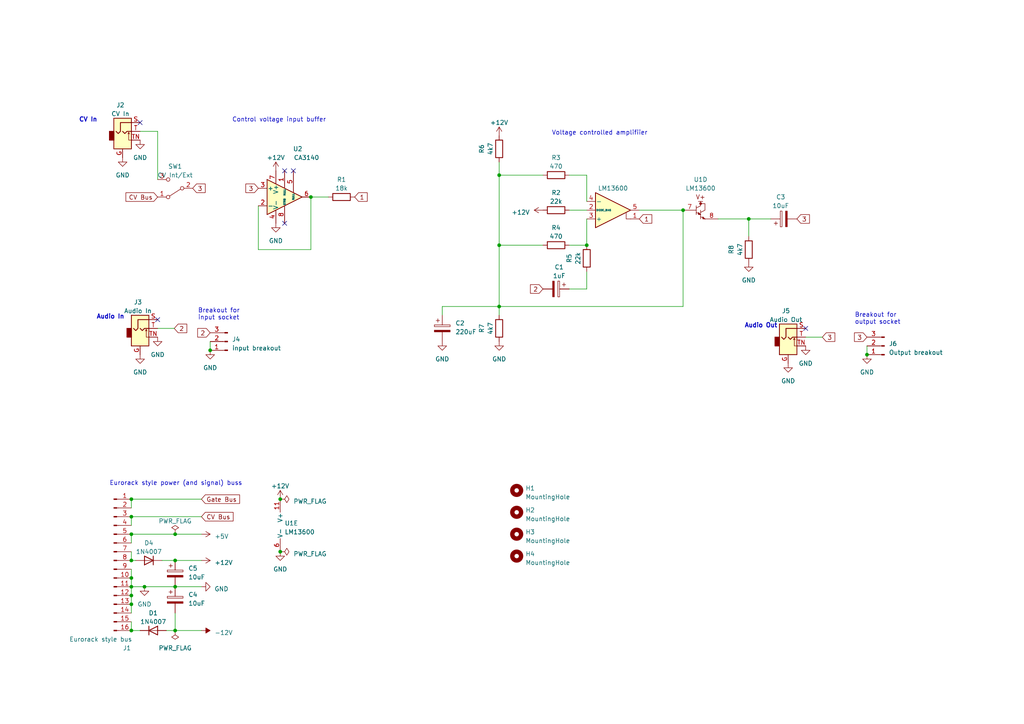
<source format=kicad_sch>
(kicad_sch (version 20230121) (generator eeschema)
  (paper "A4")
  (title_block (title "Penfold VCA") (date "2023-04-23") (rev "v1.0") (comment 1 "BP185, fIrst published 1986, Bernard Babani") (comment 2 "Based on designs from 'Electronic Synthesister Construction', by R.A.Penfold"))
  (lib_symbols
    (symbol "+12V_1" (power) (pin_names (offset 0))
      (property "Value" "+12V_1" (at 0 3.556 0))
      (symbol "+12V_1_0_1"
        (polyline (pts (xy -0.762 1.27) (xy 0 2.54)))
        (polyline (pts (xy 0 0) (xy 0 2.54)))
        (polyline (pts (xy 0 2.54) (xy 0.762 1.27)))
      )
      (symbol "+12V_1_1_1"
        (pin power_in line (at 0 0 90) (length 0) hide (name "+12V") (number "1"))
      )
    )
    (symbol "+12V_2" (power) (pin_names (offset 0))
      (property "Value" "+12V_2" (at 0 3.556 0))
      (symbol "+12V_2_0_1"
        (polyline (pts (xy -0.762 1.27) (xy 0 2.54)))
        (polyline (pts (xy 0 0) (xy 0 2.54)))
        (polyline (pts (xy 0 2.54) (xy 0.762 1.27)))
      )
      (symbol "+12V_2_1_1"
        (pin power_in line (at 0 0 90) (length 0) hide (name "+12V") (number "1"))
      )
    )
    (symbol "Amplifier_Operational:CA3140" (pin_names (offset 0.127))
      (property "Reference" "U" (at 6.35 5.08 0))
      (property "Value" "CA3140" (at 6.35 2.54 0))
      (symbol "CA3140_0_1"
        (polyline (pts (xy -5.08 5.08) (xy 5.08 0) (xy -5.08 -5.08) (xy -5.08 5.08)) (stroke (width 0.254)) (fill (type background)))
      )
      (symbol "CA3140_1_1"
        (pin passive line (at 0 7.62 270) (length 5.08) (name "NULL") (number "1"))
        (pin input line (at -7.62 -2.54 0) (length 2.54) (name "-") (number "2"))
        (pin input line (at -7.62 2.54 0) (length 2.54) (name "+") (number "3"))
        (pin power_in line (at -2.54 -7.62 90) (length 3.81) (name "V-") (number "4"))
        (pin passive line (at 2.54 7.62 270) (length 6.35) (name "NULL") (number "5"))
        (pin output line (at 7.62 0 180) (length 2.54) (name "~") (number "6"))
        (pin power_in line (at -2.54 7.62 270) (length 3.81) (name "V+") (number "7"))
        (pin passive line (at 0 -7.62 90) (length 5.08) (name "STRB") (number "8"))
      )
    )
    (symbol "Amplifier_Operational:LM13600" (pin_names (offset 0.127))
      (property "Reference" "U" (at 3.81 5.08 0))
      (property "Value" "LM13600" (at 5.08 -5.08 0))
      (symbol "LM13600_1_1"
        (polyline (pts (xy 3.81 -0.635) (xy 3.81 -2.54) (xy 5.08 -2.54)))
        (polyline (pts (xy 5.08 0) (xy -5.08 -5.08) (xy -5.08 5.08) (xy 5.08 0)) (stroke (width 0.254)) (fill (type background)))
        (pin output line (at 7.62 0 180) (length 2.54) (name "~") (number "12"))
        (pin input line (at -7.62 2.54 0) (length 2.54) (name "-") (number "13"))
        (pin input line (at -7.62 -2.54 0) (length 2.54) (name "+") (number "14"))
        (pin input line (at -7.62 0 0) (length 2.54) (name "DIODE_BIAS") (number "15"))
        (pin input line (at 7.62 -2.54 180) (length 2.54) (name "~") (number "16"))
      )
      (symbol "LM13600_2_0"
        (polyline (pts (xy -1.905 2.54) (xy -3.175 2.54)))
      )
      (symbol "LM13600_2_1"
        (circle (center -2.54 1.905) (radius 0.254) (stroke (width 0.254)) (fill (type outline)))
        (polyline (pts (xy -3.81 -0.635) (xy -2.54 -1.27)))
        (polyline (pts (xy -3.81 1.27) (xy -3.81 -1.27)))
        (polyline (pts (xy -2.54 -1.905) (xy -1.27 -2.54)))
        (polyline (pts (xy -2.54 0) (xy -2.54 -2.54)))
        (polyline (pts (xy -3.81 0.635) (xy -2.54 1.27) (xy -2.54 1.905) (xy -2.54 2.54)))
        (polyline (pts (xy -2.54 -1.27) (xy -3.175 -0.635) (xy -3.175 -1.27) (xy -2.54 -1.27)) (fill (type outline)))
        (polyline (pts (xy -2.54 -0.635) (xy -1.27 0) (xy -1.27 1.905) (xy -2.54 1.905)))
        (polyline (pts (xy -1.27 -2.54) (xy -1.905 -1.905) (xy -1.905 -2.54) (xy -1.27 -2.54)) (fill (type outline)))
        (text "V+" (at -2.54 3.81 0) (effects (font (size 1.27 1.27))))
        (pin input line (at -7.62 0 0) (length 3.81) (name "~") (number "10"))
        (pin output line (at 2.54 -2.54 180) (length 3.81) (name "~") (number "9"))
      )
      (symbol "LM13600_3_1"
        (polyline (pts (xy 3.81 -0.635) (xy 3.81 -2.54) (xy 5.08 -2.54)))
        (polyline (pts (xy 5.08 0) (xy -5.08 -5.08) (xy -5.08 5.08) (xy 5.08 0)) (stroke (width 0.254)) (fill (type background)))
        (pin input line (at 7.62 -2.54 180) (length 2.54) (name "~") (number "1"))
        (pin input line (at -7.62 0 0) (length 2.54) (name "DIODE_BIAS") (number "2"))
        (pin input line (at -7.62 -2.54 0) (length 2.54) (name "+") (number "3"))
        (pin input line (at -7.62 2.54 0) (length 2.54) (name "-") (number "4"))
        (pin output line (at 7.62 0 180) (length 2.54) (name "~") (number "5"))
      )
      (symbol "LM13600_4_0"
        (polyline (pts (xy -3.175 2.54) (xy -1.905 2.54)))
        (text "V+" (at -2.54 3.81 0) (effects (font (size 1.27 1.27))))
      )
      (symbol "LM13600_4_1"
        (circle (center -2.54 1.905) (radius 0.254) (stroke (width 0.254)) (fill (type outline)))
        (polyline (pts (xy -3.81 -0.635) (xy -2.54 -1.27)))
        (polyline (pts (xy -3.81 1.27) (xy -3.81 -1.27)))
        (polyline (pts (xy -2.54 -1.905) (xy -1.27 -2.54)))
        (polyline (pts (xy -2.54 0) (xy -2.54 -2.54)))
        (polyline (pts (xy -3.81 0.635) (xy -2.54 1.27) (xy -2.54 2.54)))
        (polyline (pts (xy -2.54 -1.27) (xy -3.175 -0.635) (xy -3.175 -1.27) (xy -2.54 -1.27)) (fill (type outline)))
        (polyline (pts (xy -2.54 -0.635) (xy -1.27 0) (xy -1.27 1.905) (xy -2.54 1.905)))
        (polyline (pts (xy -1.27 -2.54) (xy -1.905 -1.905) (xy -1.905 -2.54) (xy -1.27 -2.54)) (fill (type outline)))
        (pin input line (at -7.62 0 0) (length 3.81) (name "~") (number "7"))
        (pin output line (at 2.54 -2.54 180) (length 3.81) (name "~") (number "8"))
      )
      (symbol "LM13600_5_1"
        (pin power_in line (at -2.54 7.62 270) (length 3.81) (name "V+") (number "11"))
        (pin power_in line (at -2.54 -7.62 90) (length 3.81) (name "V-") (number "6"))
      )
    )
    (symbol "Connector:AudioJack2_Ground_SwitchT"
      (property "Reference" "J" (at 0 8.89 0))
      (property "Value" "AudioJack2_Ground_SwitchT" (at 0 6.35 0))
      (symbol "AudioJack2_Ground_SwitchT_0_1"
        (rectangle (start -2.54 0) (end -3.81 -2.54) (stroke (width 0.254)) (fill (type outline)))
        (polyline (pts (xy 1.778 -0.254) (xy 2.032 -0.762)))
        (polyline (pts (xy 0 0) (xy 0.635 -0.635) (xy 1.27 0) (xy 2.54 0)) (stroke (width 0.254)))
        (polyline (pts (xy 2.54 -2.54) (xy 1.778 -2.54) (xy 1.778 -0.254) (xy 1.524 -0.762)))
        (polyline (pts (xy 2.54 2.54) (xy -0.635 2.54) (xy -0.635 0) (xy -1.27 -0.635) (xy -1.905 0)) (stroke (width 0.254)))
        (rectangle (start 2.54 3.81) (end -2.54 -5.08) (stroke (width 0.254)) (fill (type background)))
      )
      (symbol "AudioJack2_Ground_SwitchT_1_1"
        (pin passive line (at 0 -7.62 90) (length 2.54) (name "~") (number "G"))
        (pin passive line (at 5.08 2.54 180) (length 2.54) (name "~") (number "S"))
        (pin passive line (at 5.08 0 180) (length 2.54) (name "~") (number "T"))
        (pin passive line (at 5.08 -2.54 180) (length 2.54) (name "~") (number "TN"))
      )
    )
    (symbol "Connector:Conn_01x03_Pin" (pin_names (offset 1.016) hide)
      (property "Reference" "J" (at 0 5.08 0))
      (property "Value" "Conn_01x03_Pin" (at 0 -5.08 0))
      (symbol "Conn_01x03_Pin_1_1"
        (polyline (pts (xy 1.27 -2.54) (xy 0.8636 -2.54)) (stroke (width 0.1524)))
        (polyline (pts (xy 1.27 0) (xy 0.8636 0)) (stroke (width 0.1524)))
        (polyline (pts (xy 1.27 2.54) (xy 0.8636 2.54)) (stroke (width 0.1524)))
        (rectangle (start 0.8636 -2.413) (end 0 -2.667) (stroke (width 0.1524)) (fill (type outline)))
        (rectangle (start 0.8636 0.127) (end 0 -0.127) (stroke (width 0.1524)) (fill (type outline)))
        (rectangle (start 0.8636 2.667) (end 0 2.413) (stroke (width 0.1524)) (fill (type outline)))
        (pin passive line (at 5.08 2.54 180) (length 3.81) (name "Pin_1") (number "1"))
        (pin passive line (at 5.08 0 180) (length 3.81) (name "Pin_2") (number "2"))
        (pin passive line (at 5.08 -2.54 180) (length 3.81) (name "Pin_3") (number "3"))
      )
    )
    (symbol "Connector:Conn_01x16_Pin" (pin_names (offset 1.016) hide)
      (property "Reference" "J" (at 0 20.32 0))
      (property "Value" "Conn_01x16_Pin" (at 0 -22.86 0))
      (symbol "Conn_01x16_Pin_1_1"
        (polyline (pts (xy 1.27 -20.32) (xy 0.8636 -20.32)) (stroke (width 0.1524)))
        (polyline (pts (xy 1.27 -17.78) (xy 0.8636 -17.78)) (stroke (width 0.1524)))
        (polyline (pts (xy 1.27 -15.24) (xy 0.8636 -15.24)) (stroke (width 0.1524)))
        (polyline (pts (xy 1.27 -12.7) (xy 0.8636 -12.7)) (stroke (width 0.1524)))
        (polyline (pts (xy 1.27 -10.16) (xy 0.8636 -10.16)) (stroke (width 0.1524)))
        (polyline (pts (xy 1.27 -7.62) (xy 0.8636 -7.62)) (stroke (width 0.1524)))
        (polyline (pts (xy 1.27 -5.08) (xy 0.8636 -5.08)) (stroke (width 0.1524)))
        (polyline (pts (xy 1.27 -2.54) (xy 0.8636 -2.54)) (stroke (width 0.1524)))
        (polyline (pts (xy 1.27 0) (xy 0.8636 0)) (stroke (width 0.1524)))
        (polyline (pts (xy 1.27 2.54) (xy 0.8636 2.54)) (stroke (width 0.1524)))
        (polyline (pts (xy 1.27 5.08) (xy 0.8636 5.08)) (stroke (width 0.1524)))
        (polyline (pts (xy 1.27 7.62) (xy 0.8636 7.62)) (stroke (width 0.1524)))
        (polyline (pts (xy 1.27 10.16) (xy 0.8636 10.16)) (stroke (width 0.1524)))
        (polyline (pts (xy 1.27 12.7) (xy 0.8636 12.7)) (stroke (width 0.1524)))
        (polyline (pts (xy 1.27 15.24) (xy 0.8636 15.24)) (stroke (width 0.1524)))
        (polyline (pts (xy 1.27 17.78) (xy 0.8636 17.78)) (stroke (width 0.1524)))
        (rectangle (start 0.8636 -20.193) (end 0 -20.447) (stroke (width 0.1524)) (fill (type outline)))
        (rectangle (start 0.8636 -17.653) (end 0 -17.907) (stroke (width 0.1524)) (fill (type outline)))
        (rectangle (start 0.8636 -15.113) (end 0 -15.367) (stroke (width 0.1524)) (fill (type outline)))
        (rectangle (start 0.8636 -12.573) (end 0 -12.827) (stroke (width 0.1524)) (fill (type outline)))
        (rectangle (start 0.8636 -10.033) (end 0 -10.287) (stroke (width 0.1524)) (fill (type outline)))
        (rectangle (start 0.8636 -7.493) (end 0 -7.747) (stroke (width 0.1524)) (fill (type outline)))
        (rectangle (start 0.8636 -4.953) (end 0 -5.207) (stroke (width 0.1524)) (fill (type outline)))
        (rectangle (start 0.8636 -2.413) (end 0 -2.667) (stroke (width 0.1524)) (fill (type outline)))
        (rectangle (start 0.8636 0.127) (end 0 -0.127) (stroke (width 0.1524)) (fill (type outline)))
        (rectangle (start 0.8636 2.667) (end 0 2.413) (stroke (width 0.1524)) (fill (type outline)))
        (rectangle (start 0.8636 5.207) (end 0 4.953) (stroke (width 0.1524)) (fill (type outline)))
        (rectangle (start 0.8636 7.747) (end 0 7.493) (stroke (width 0.1524)) (fill (type outline)))
        (rectangle (start 0.8636 10.287) (end 0 10.033) (stroke (width 0.1524)) (fill (type outline)))
        (rectangle (start 0.8636 12.827) (end 0 12.573) (stroke (width 0.1524)) (fill (type outline)))
        (rectangle (start 0.8636 15.367) (end 0 15.113) (stroke (width 0.1524)) (fill (type outline)))
        (rectangle (start 0.8636 17.907) (end 0 17.653) (stroke (width 0.1524)) (fill (type outline)))
        (pin passive line (at 5.08 17.78 180) (length 3.81) (name "Pin_1") (number "1"))
        (pin passive line (at 5.08 -5.08 180) (length 3.81) (name "Pin_10") (number "10"))
        (pin passive line (at 5.08 -7.62 180) (length 3.81) (name "Pin_11") (number "11"))
        (pin passive line (at 5.08 -10.16 180) (length 3.81) (name "Pin_12") (number "12"))
        (pin passive line (at 5.08 -12.7 180) (length 3.81) (name "Pin_13") (number "13"))
        (pin passive line (at 5.08 -15.24 180) (length 3.81) (name "Pin_14") (number "14"))
        (pin passive line (at 5.08 -17.78 180) (length 3.81) (name "Pin_15") (number "15"))
        (pin passive line (at 5.08 -20.32 180) (length 3.81) (name "Pin_16") (number "16"))
        (pin passive line (at 5.08 15.24 180) (length 3.81) (name "Pin_2") (number "2"))
        (pin passive line (at 5.08 12.7 180) (length 3.81) (name "Pin_3") (number "3"))
        (pin passive line (at 5.08 10.16 180) (length 3.81) (name "Pin_4") (number "4"))
        (pin passive line (at 5.08 7.62 180) (length 3.81) (name "Pin_5") (number "5"))
        (pin passive line (at 5.08 5.08 180) (length 3.81) (name "Pin_6") (number "6"))
        (pin passive line (at 5.08 2.54 180) (length 3.81) (name "Pin_7") (number "7"))
        (pin passive line (at 5.08 0 180) (length 3.81) (name "Pin_8") (number "8"))
        (pin passive line (at 5.08 -2.54 180) (length 3.81) (name "Pin_9") (number "9"))
      )
    )
    (symbol "Device:C_Polarized" (pin_numbers hide) (pin_names (offset 0.254))
      (property "Reference" "C" (at 0.635 2.54 0))
      (property "Value" "C_Polarized" (at 0.635 -2.54 0))
      (symbol "C_Polarized_0_1"
        (rectangle (start -2.286 0.508) (end 2.286 1.016))
        (polyline (pts (xy -1.778 2.286) (xy -0.762 2.286)))
        (polyline (pts (xy -1.27 2.794) (xy -1.27 1.778)))
        (rectangle (start 2.286 -0.508) (end -2.286 -1.016) (fill (type outline)))
      )
      (symbol "C_Polarized_1_1"
        (pin passive line (at 0 3.81 270) (length 2.794) (name "~") (number "1"))
        (pin passive line (at 0 -3.81 90) (length 2.794) (name "~") (number "2"))
      )
    )
    (symbol "Device:R" (pin_numbers hide) (pin_names (offset 0))
      (property "Reference" "R" (at 2.032 0 90))
      (property "Value" "R" (at 0 0 90))
      (symbol "R_0_1"
        (rectangle (start -1.016 -2.54) (end 1.016 2.54) (stroke (width 0.254)))
      )
      (symbol "R_1_1"
        (pin passive line (at 0 3.81 270) (length 1.27) (name "~") (number "1"))
        (pin passive line (at 0 -3.81 90) (length 1.27) (name "~") (number "2"))
      )
    )
    (symbol "Diode:1N4007" (pin_numbers hide) (pin_names hide)
      (property "Reference" "D" (at 0 2.54 0))
      (property "Value" "1N4007" (at 0 -2.54 0))
      (symbol "1N4007_0_1"
        (polyline (pts (xy -1.27 1.27) (xy -1.27 -1.27)) (stroke (width 0.254)))
        (polyline (pts (xy 1.27 0) (xy -1.27 0)))
        (polyline (pts (xy 1.27 1.27) (xy 1.27 -1.27) (xy -1.27 0) (xy 1.27 1.27)) (stroke (width 0.254)))
      )
      (symbol "1N4007_1_1"
        (pin passive line (at -3.81 0 0) (length 2.54) (name "K") (number "1"))
        (pin passive line (at 3.81 0 180) (length 2.54) (name "A") (number "2"))
      )
    )
    (symbol "GND_3" (power) (pin_names (offset 0))
      (property "Value" "GND_3" (at 0 -3.81 0))
      (symbol "GND_3_0_1"
        (polyline (pts (xy 0 0) (xy 0 -1.27) (xy 1.27 -1.27) (xy 0 -2.54) (xy -1.27 -1.27) (xy 0 -1.27)))
      )
      (symbol "GND_3_1_1"
        (pin power_in line (at 0 0 270) (length 0) hide (name "GND") (number "1"))
      )
    )
    (symbol "GND_4" (power) (pin_names (offset 0))
      (property "Value" "GND_4" (at 0 -3.81 0))
      (symbol "GND_4_0_1"
        (polyline (pts (xy 0 0) (xy 0 -1.27) (xy 1.27 -1.27) (xy 0 -2.54) (xy -1.27 -1.27) (xy 0 -1.27)))
      )
      (symbol "GND_4_1_1"
        (pin power_in line (at 0 0 270) (length 0) hide (name "GND") (number "1"))
      )
    )
    (symbol "GND_5" (power) (pin_names (offset 0))
      (property "Value" "GND_5" (at 0 -3.81 0))
      (symbol "GND_5_0_1"
        (polyline (pts (xy 0 0) (xy 0 -1.27) (xy 1.27 -1.27) (xy 0 -2.54) (xy -1.27 -1.27) (xy 0 -1.27)))
      )
      (symbol "GND_5_1_1"
        (pin power_in line (at 0 0 270) (length 0) hide (name "GND") (number "1"))
      )
    )
    (symbol "Mechanical:MountingHole" (pin_names (offset 1.016))
      (property "Reference" "H" (at 0 5.08 0))
      (property "Value" "MountingHole" (at 0 3.175 0))
      (symbol "MountingHole_0_1"
        (circle (center 0 0) (radius 1.27) (stroke (width 1.27)))
      )
    )
    (symbol "PWR_FLAG_1" (power) (pin_numbers hide) (pin_names (offset 0) hide)
      (property "Value" "PWR_FLAG_1" (at 0 3.81 0))
      (symbol "PWR_FLAG_1_0_0"
        (pin power_out line (at 0 0 90) (length 0) (name "pwr") (number "1"))
      )
      (symbol "PWR_FLAG_1_0_1"
        (polyline (pts (xy 0 0) (xy 0 1.27) (xy -1.016 1.905) (xy 0 2.54) (xy 1.016 1.905) (xy 0 1.27)))
      )
    )
    (symbol "PWR_FLAG_2" (power) (pin_numbers hide) (pin_names (offset 0) hide)
      (property "Value" "PWR_FLAG_2" (at 0 3.81 0))
      (symbol "PWR_FLAG_2_0_0"
        (pin power_out line (at 0 0 90) (length 0) (name "pwr") (number "1"))
      )
      (symbol "PWR_FLAG_2_0_1"
        (polyline (pts (xy 0 0) (xy 0 1.27) (xy -1.016 1.905) (xy 0 2.54) (xy 1.016 1.905) (xy 0 1.27)))
      )
    )
    (symbol "Switch:SW_SPDT" (pin_names (offset 0) hide)
      (property "Reference" "SW" (at 0 4.318 0))
      (property "Value" "SW_SPDT" (at 0 -5.08 0))
      (symbol "SW_SPDT_0_0"
        (circle (center -2.032 0) (radius 0.508))
        (circle (center 2.032 -2.54) (radius 0.508))
      )
      (symbol "SW_SPDT_0_1"
        (polyline (pts (xy -1.524 0.254) (xy 1.651 2.286)))
        (circle (center 2.032 2.54) (radius 0.508))
      )
      (symbol "SW_SPDT_1_1"
        (pin passive line (at 5.08 2.54 180) (length 2.54) (name "A") (number "1"))
        (pin passive line (at -5.08 0 0) (length 2.54) (name "B") (number "2"))
        (pin passive line (at 5.08 -2.54 180) (length 2.54) (name "C") (number "3"))
      )
    )
    (symbol "power:+12V" (power) (pin_names (offset 0))
      (property "Value" "+12V" (at 0 3.556 0))
      (symbol "+12V_0_1"
        (polyline (pts (xy -0.762 1.27) (xy 0 2.54)))
        (polyline (pts (xy 0 0) (xy 0 2.54)))
        (polyline (pts (xy 0 2.54) (xy 0.762 1.27)))
      )
      (symbol "+12V_1_1"
        (pin power_in line (at 0 0 90) (length 0) hide (name "+12V") (number "1"))
      )
    )
    (symbol "power:+5V" (power) (pin_names (offset 0))
      (property "Value" "+5V" (at 0 3.556 0))
      (symbol "+5V_0_1"
        (polyline (pts (xy -0.762 1.27) (xy 0 2.54)))
        (polyline (pts (xy 0 0) (xy 0 2.54)))
        (polyline (pts (xy 0 2.54) (xy 0.762 1.27)))
      )
      (symbol "+5V_1_1"
        (pin power_in line (at 0 0 90) (length 0) hide (name "+5V") (number "1"))
      )
    )
    (symbol "power:-12V" (power) (pin_names (offset 0))
      (property "Value" "-12V" (at 0 3.81 0))
      (symbol "-12V_0_0"
        (pin power_in line (at 0 0 90) (length 0) hide (name "-12V") (number "1"))
      )
      (symbol "-12V_0_1"
        (polyline (pts (xy 0 0) (xy 0 1.27) (xy 0.762 1.27) (xy 0 2.54) (xy -0.762 1.27) (xy 0 1.27)) (fill (type outline)))
      )
    )
    (symbol "power:GND" (power) (pin_names (offset 0))
      (property "Value" "GND" (at 0 -3.81 0))
      (symbol "GND_0_1"
        (polyline (pts (xy 0 0) (xy 0 -1.27) (xy 1.27 -1.27) (xy 0 -2.54) (xy -1.27 -1.27) (xy 0 -1.27)))
      )
      (symbol "GND_1_1"
        (pin power_in line (at 0 0 270) (length 0) hide (name "GND") (number "1"))
      )
    )
    (symbol "power:PWR_FLAG" (power) (pin_numbers hide) (pin_names (offset 0) hide)
      (property "Value" "PWR_FLAG" (at 0 3.81 0))
      (symbol "PWR_FLAG_0_0"
        (pin power_out line (at 0 0 90) (length 0) (name "pwr") (number "1"))
      )
      (symbol "PWR_FLAG_0_1"
        (polyline (pts (xy 0 0) (xy 0 1.27) (xy -1.016 1.905) (xy 0 2.54) (xy 1.016 1.905) (xy 0 1.27)))
      )
    )
  )
  (junction (at 38.1 182.88))
  (junction (at 38.1 170.18))
  (junction (at 170.18 71.12))
  (junction (at 90.17 57.15))
  (junction (at 50.8 182.88))
  (junction (at 38.1 162.56))
  (junction (at 50.8 162.56))
  (junction (at 144.78 88.9))
  (junction (at 251.46 102.87))
  (junction (at 38.1 154.94))
  (junction (at 198.12 60.96))
  (junction (at 144.78 50.8))
  (junction (at 50.8 154.94))
  (junction (at 38.1 149.86))
  (junction (at 38.1 144.78))
  (junction (at 50.8 170.18))
  (junction (at 38.1 167.64))
  (junction (at 81.28 144.78))
  (junction (at 81.28 160.02))
  (junction (at 217.17 63.5))
  (junction (at 38.1 172.72))
  (junction (at 144.78 71.12))
  (junction (at 60.96 101.6))
  (junction (at 41.91 170.18))
  (junction (at 38.1 175.26))
  (no_connect (at 85.09 49.53))
  (no_connect (at 40.64 35.56))
  (no_connect (at 45.72 92.71))
  (no_connect (at 82.55 64.77))
  (no_connect (at 233.68 95.25))
  (no_connect (at 82.55 49.53))
  (wire (pts (xy 38.1 160.02) (xy 38.1 162.56)))
  (wire (pts (xy 38.1 149.86) (xy 58.42 149.86)))
  (wire (pts (xy 144.78 71.12) (xy 144.78 50.8)))
  (wire (pts (xy 217.17 63.5) (xy 217.17 68.58)))
  (wire (pts (xy 38.1 167.64) (xy 38.1 170.18)))
  (wire (pts (xy 46.99 162.56) (xy 50.8 162.56)))
  (wire (pts (xy 144.78 46.99) (xy 144.78 50.8)))
  (wire (pts (xy 233.68 97.79) (xy 238.506 97.79)))
  (wire (pts (xy 50.8 170.18) (xy 58.42 170.18)))
  (wire (pts (xy 50.8 154.94) (xy 58.42 154.94)))
  (wire (pts (xy 170.18 78.74) (xy 170.18 83.82)))
  (wire (pts (xy 170.18 50.8) (xy 165.1 50.8)))
  (wire (pts (xy 38.1 165.1) (xy 38.1 167.64)))
  (wire (pts (xy 60.96 99.06) (xy 60.96 101.6)))
  (wire (pts (xy 144.78 91.44) (xy 144.78 88.9)))
  (wire (pts (xy 38.1 154.94) (xy 38.1 157.48)))
  (wire (pts (xy 50.8 182.88) (xy 58.42 182.88)))
  (wire (pts (xy 170.18 63.5) (xy 170.18 71.12)))
  (wire (pts (xy 128.27 88.9) (xy 144.78 88.9)))
  (wire (pts (xy 40.64 38.1) (xy 45.72 38.1)))
  (wire (pts (xy 90.17 57.15) (xy 95.25 57.15)))
  (wire (pts (xy 170.18 58.42) (xy 170.18 50.8)))
  (wire (pts (xy 38.1 149.86) (xy 38.1 152.4)))
  (wire (pts (xy 128.27 91.44) (xy 128.27 88.9)))
  (wire (pts (xy 38.1 144.78) (xy 38.1 147.32)))
  (wire (pts (xy 165.1 83.82) (xy 170.18 83.82)))
  (wire (pts (xy 251.46 100.33) (xy 251.46 102.87)))
  (wire (pts (xy 41.91 170.18) (xy 50.8 170.18)))
  (wire (pts (xy 45.72 95.25) (xy 50.546 95.25)))
  (wire (pts (xy 38.1 182.88) (xy 40.64 182.88)))
  (wire (pts (xy 38.1 172.72) (xy 38.1 175.26)))
  (wire (pts (xy 48.26 182.88) (xy 50.8 182.88)))
  (wire (pts (xy 170.18 71.12) (xy 165.1 71.12)))
  (wire (pts (xy 38.1 154.94) (xy 50.8 154.94)))
  (wire (pts (xy 198.12 88.9) (xy 144.78 88.9)))
  (wire (pts (xy 45.72 38.1) (xy 45.72 52.07)))
  (wire (pts (xy 144.78 50.8) (xy 157.48 50.8)))
  (wire (pts (xy 38.1 144.78) (xy 58.42 144.78)))
  (wire (pts (xy 208.28 63.5) (xy 217.17 63.5)))
  (wire (pts (xy 38.1 175.26) (xy 38.1 177.8)))
  (wire (pts (xy 165.1 60.96) (xy 170.18 60.96)))
  (wire (pts (xy 74.93 59.69) (xy 74.93 72.39)))
  (wire (pts (xy 198.12 60.96) (xy 198.12 88.9)))
  (wire (pts (xy 90.17 57.15) (xy 90.17 72.39)))
  (wire (pts (xy 50.8 177.8) (xy 50.8 182.88)))
  (wire (pts (xy 38.1 170.18) (xy 41.91 170.18)))
  (wire (pts (xy 38.1 180.34) (xy 38.1 182.88)))
  (wire (pts (xy 90.17 72.39) (xy 74.93 72.39)))
  (wire (pts (xy 38.1 162.56) (xy 39.37 162.56)))
  (wire (pts (xy 38.1 170.18) (xy 38.1 172.72)))
  (wire (pts (xy 144.78 71.12) (xy 157.48 71.12)))
  (wire (pts (xy 144.78 88.9) (xy 144.78 71.12)))
  (wire (pts (xy 217.17 63.5) (xy 223.52 63.5)))
  (wire (pts (xy 50.8 162.56) (xy 58.42 162.56)))
  (wire (pts (xy 185.42 60.96) (xy 198.12 60.96)))
  (text "Eurorack style power (and signal) buss" (at 31.75 140.97 0) (effects (font (size 1.27 1.27)) (justify left bottom)))
  (text "Breakout for\noutput socket" (at 247.904 94.234 0) (effects (font (size 1.27 1.27)) (justify left bottom)))
  (text "Breakout for\ninput socket" (at 57.404 92.964 0) (effects (font (size 1.27 1.27)) (justify left bottom)))
  (text "Audio In" (at 27.94 92.71 0) (effects (font (size 1.27 1.27) bold) (justify left bottom)))
  (text "Audio Out\n" (at 215.9 95.25 0) (effects (font (size 1.27 1.27) bold) (justify left bottom)))
  (text "CV In" (at 22.86 35.56 0) (effects (font (size 1.27 1.27) bold) (justify left bottom)))
  (text "Control voltage input buffer" (at 67.31 35.56 0) (effects (font (size 1.27 1.27)) (justify left bottom)))
  (text "Voltage controlled amplifiier" (at 160.02 39.37 0) (effects (font (size 1.27 1.27)) (justify left bottom)))
  (global_label "CV Bus" (shape input) (at 58.42 149.86 0) (property "Intersheetrefs" "${INTERSHEET_REFS}" (effects hide)))
  (global_label "1" (shape input) (at 185.42 63.5 0) (property "Intersheetrefs" "${INTERSHEET_REFS}" (effects hide)))
  (global_label "3" (shape input) (at 231.14 63.5 0) (property "Intersheetrefs" "${INTERSHEET_REFS}" (effects hide)))
  (global_label "2" (shape input) (at 50.546 95.25 0) (property "Intersheetrefs" "${INTERSHEET_REFS}" (effects hide)))
  (global_label "3" (shape input) (at 74.93 54.61 180) (property "Intersheetrefs" "${INTERSHEET_REFS}" (effects hide)))
  (global_label "3" (shape input) (at 238.506 97.79 0) (property "Intersheetrefs" "${INTERSHEET_REFS}" (effects hide)))
  (global_label "Gate Bus" (shape input) (at 58.42 144.78 0) (property "Intersheetrefs" "${INTERSHEET_REFS}" (effects hide)))
  (global_label "2" (shape input) (at 60.96 96.52 180) (property "Intersheetrefs" "${INTERSHEET_REFS}" (effects hide)))
  (global_label "1" (shape input) (at 102.87 57.15 0) (property "Intersheetrefs" "${INTERSHEET_REFS}" (effects hide)))
  (global_label "CV Bus" (shape input) (at 45.72 57.15 180) (property "Intersheetrefs" "${INTERSHEET_REFS}" (effects hide)))
  (global_label "2" (shape input) (at 157.48 83.82 180) (property "Intersheetrefs" "${INTERSHEET_REFS}" (effects hide)))
  (global_label "3" (shape input) (at 251.46 97.79 180) (property "Intersheetrefs" "${INTERSHEET_REFS}" (effects hide)))
  (global_label "3" (shape input) (at 55.88 54.61 0) (property "Intersheetrefs" "${INTERSHEET_REFS}" (effects hide)))
  (symbol (lib_id "power:GND") (at 80.01 64.77 0) (unit 1)
    (property "Reference" "#PWR014" (effects hide))
    (property "Value" "GND" (at 80.01 69.85 0))
  )
  (symbol (lib_id "Device:C_Polarized") (at 50.8 173.99 0) (unit 1)
    (property "Reference" "C4" (at 54.61 172.466 0) (effects (justify left)))
    (property "Value" "10uF" (at 54.61 175.006 0) (effects (justify left)))
    (property "Footprint" "Capacitor_THT:CP_Radial_D5.0mm_P2.00mm" (effects hide))
  )
  (symbol (lib_name "GND_4") (lib_id "power:GND") (at 251.46 102.87 0) (unit 1)
    (property "Reference" "#PWR04" (effects hide))
    (property "Value" "GND" (at 251.46 107.95 0))
  )
  (symbol (lib_id "Mechanical:MountingHole") (at 149.86 148.59 0) (unit 1)
    (property "Reference" "H2" (at 152.4 147.955 0) (effects (justify left)))
    (property "Value" "MountingHole" (at 152.4 150.495 0) (effects (justify left)))
    (property "Footprint" "MountingHole:MountingHole_3.2mm_M3" (effects hide))
  )
  (symbol (lib_id "power:GND") (at 217.17 76.2 0) (unit 1)
    (property "Reference" "#PWR015" (effects hide))
    (property "Value" "GND" (at 217.17 81.28 0))
  )
  (symbol (lib_id "Connector:Conn_01x16_Pin") (at 33.02 162.56 0) (unit 1)
    (property "Reference" "J1" (at 36.83 187.96 0))
    (property "Value" "Eurorack style bus" (at 29.21 185.42 0))
    (property "Footprint" "Connector_PinHeader_2.54mm:PinHeader_2x08_P2.54mm_Vertical" (effects hide))
  )
  (symbol (lib_id "Switch:SW_SPDT") (at 50.8 54.61 180) (unit 1)
    (property "Reference" "SW1" (at 50.8 48.26 0))
    (property "Value" "CV Int/Ext" (at 50.8 50.8 0))
    (property "Footprint" "Connector_PinHeader_2.54mm:PinHeader_1x03_P2.54mm_Vertical" (effects hide))
  )
  (symbol (lib_id "Diode:1N4007") (at 44.45 182.88 0) (unit 1)
    (property "Reference" "D1" (at 44.45 177.8 0))
    (property "Value" "1N4007" (at 44.45 180.34 0))
    (property "Footprint" "Diode_THT:D_DO-41_SOD81_P10.16mm_Horizontal" (effects hide))
    (property "Datasheet" "http://www.vishay.com/docs/88503/1n4001.pdf" (effects hide))
    (property "Sim.Device" "D" (effects hide))
    (property "Sim.Pins" "1=K 2=A" (effects hide))
  )
  (symbol (lib_id "Device:R") (at 161.29 50.8 90) (unit 1)
    (property "Reference" "R3" (at 161.29 45.72 90))
    (property "Value" "470" (at 161.29 48.26 90))
    (property "Footprint" "Resistor_THT:R_Axial_DIN0207_L6.3mm_D2.5mm_P10.16mm_Horizontal" (effects hide))
  )
  (symbol (lib_name "GND_3") (lib_id "power:GND") (at 81.28 160.02 0) (unit 1)
    (property "Reference" "#PWR02" (effects hide))
    (property "Value" "GND" (at 81.28 165.1 0))
  )
  (symbol (lib_id "Connector:Conn_01x03_Pin") (at 66.04 99.06 180) (unit 1)
    (property "Reference" "J4" (at 67.31 98.425 0) (effects (justify right)))
    (property "Value" "input breakout" (at 67.31 100.965 0) (effects (justify right)))
    (property "Footprint" "Connector_PinHeader_2.54mm:PinHeader_1x03_P2.54mm_Vertical" (effects hide))
  )
  (symbol (lib_id "power:GND") (at 128.27 99.06 0) (unit 1)
    (property "Reference" "#PWR018" (effects hide))
    (property "Value" "GND" (at 128.27 104.14 0))
  )
  (symbol (lib_name "GND_4") (lib_id "power:GND") (at 60.96 101.6 0) (unit 1)
    (property "Reference" "#PWR03" (effects hide))
    (property "Value" "GND" (at 60.96 106.68 0))
  )
  (symbol (lib_id "power:GND") (at 40.64 102.87 0) (unit 1)
    (property "Reference" "#PWR09" (effects hide))
    (property "Value" "GND" (at 40.64 107.95 0))
  )
  (symbol (lib_id "Device:R") (at 161.29 71.12 90) (unit 1)
    (property "Reference" "R4" (at 161.29 66.04 90))
    (property "Value" "470" (at 161.29 68.58 90))
    (property "Footprint" "Resistor_THT:R_Axial_DIN0207_L6.3mm_D2.5mm_P10.16mm_Horizontal" (effects hide))
  )
  (symbol (lib_id "Device:R") (at 144.78 43.18 180) (unit 1)
    (property "Reference" "R6" (at 139.7 43.18 90))
    (property "Value" "4k7" (at 142.24 43.18 90))
    (property "Footprint" "Resistor_THT:R_Axial_DIN0207_L6.3mm_D2.5mm_P10.16mm_Horizontal" (effects hide))
  )
  (symbol (lib_id "Connector:AudioJack2_Ground_SwitchT") (at 35.56 38.1 0) (unit 1)
    (property "Reference" "J2" (at 34.925 30.48 0))
    (property "Value" "CV In" (at 34.925 33.02 0))
  )
  (symbol (lib_id "power:PWR_FLAG") (at 81.28 144.78 270) (unit 1)
    (property "Reference" "#FLG01" (effects hide))
    (property "Value" "PWR_FLAG" (at 85.09 145.415 90) (effects (justify left)))
  )
  (symbol (lib_id "Device:C_Polarized") (at 128.27 95.25 0) (unit 1)
    (property "Reference" "C2" (at 132.08 93.726 0) (effects (justify left)))
    (property "Value" "220uF" (at 132.08 96.266 0) (effects (justify left)))
    (property "Footprint" "Capacitor_THT:CP_Radial_D5.0mm_P2.00mm" (effects hide))
  )
  (symbol (lib_id "Device:C_Polarized") (at 50.8 166.37 0) (unit 1)
    (property "Reference" "C5" (at 54.61 164.846 0) (effects (justify left)))
    (property "Value" "10uF" (at 54.61 167.386 0) (effects (justify left)))
    (property "Footprint" "Capacitor_THT:CP_Radial_D5.0mm_P2.00mm" (effects hide))
  )
  (symbol (lib_id "Device:R") (at 170.18 74.93 180) (unit 1)
    (property "Reference" "R5" (at 165.1 74.93 90))
    (property "Value" "22k" (at 167.64 74.93 90))
    (property "Footprint" "Resistor_THT:R_Axial_DIN0207_L6.3mm_D2.5mm_P10.16mm_Horizontal" (effects hide))
  )
  (symbol (lib_id "power:GND") (at 144.78 99.06 0) (unit 1)
    (property "Reference" "#PWR017" (effects hide))
    (property "Value" "GND" (at 144.78 104.14 0))
  )
  (symbol (lib_name "+12V_2") (lib_id "power:+12V") (at 81.28 144.78 0) (unit 1)
    (property "Reference" "#PWR01" (effects hide))
    (property "Value" "+12V" (at 81.28 140.97 0))
  )
  (symbol (lib_id "Mechanical:MountingHole") (at 149.86 142.24 0) (unit 1)
    (property "Reference" "H1" (at 152.4 141.605 0) (effects (justify left)))
    (property "Value" "MountingHole" (at 152.4 144.145 0) (effects (justify left)))
    (property "Footprint" "MountingHole:MountingHole_3.2mm_M3" (effects hide))
  )
  (symbol (lib_name "PWR_FLAG_2") (lib_id "power:PWR_FLAG") (at 50.8 154.94 0) (unit 1)
    (property "Reference" "#FLG03" (effects hide))
    (property "Value" "PWR_FLAG" (at 50.8 151.13 0))
  )
  (symbol (lib_id "Mechanical:MountingHole") (at 149.86 154.94 0) (unit 1)
    (property "Reference" "H3" (at 152.4 154.305 0) (effects (justify left)))
    (property "Value" "MountingHole" (at 152.4 156.845 0) (effects (justify left)))
    (property "Footprint" "MountingHole:MountingHole_3.2mm_M3" (effects hide))
  )
  (symbol (lib_id "Device:C_Polarized") (at 161.29 83.82 270) (unit 1)
    (property "Reference" "C1" (at 162.179 77.47 90))
    (property "Value" "1uF" (at 162.179 80.01 90))
    (property "Footprint" "Capacitor_THT:CP_Radial_D5.0mm_P2.00mm" (effects hide))
  )
  (symbol (lib_id "power:GND") (at 35.56 45.72 0) (unit 1)
    (property "Reference" "#PWR011" (effects hide))
    (property "Value" "GND" (at 35.56 50.8 0))
  )
  (symbol (lib_name "+12V_1") (lib_id "power:+12V") (at 58.42 162.56 270) (unit 1)
    (property "Reference" "#PWR022" (effects hide))
    (property "Value" "+12V" (at 62.23 163.195 90) (effects (justify left)))
  )
  (symbol (lib_id "Mechanical:MountingHole") (at 149.86 161.29 0) (unit 1)
    (property "Reference" "H4" (at 152.4 160.655 0) (effects (justify left)))
    (property "Value" "MountingHole" (at 152.4 163.195 0) (effects (justify left)))
    (property "Footprint" "MountingHole:MountingHole_3.2mm_M3" (effects hide))
  )
  (symbol (lib_id "power:+12V") (at 144.78 39.37 0) (unit 1)
    (property "Reference" "#PWR019" (effects hide))
    (property "Value" "+12V" (at 144.78 35.56 0))
  )
  (symbol (lib_id "Connector:AudioJack2_Ground_SwitchT") (at 228.6 97.79 0) (unit 1)
    (property "Reference" "J5" (at 227.965 90.17 0))
    (property "Value" "Audio Out" (at 227.965 92.71 0))
  )
  (symbol (lib_name "PWR_FLAG_2") (lib_id "power:PWR_FLAG") (at 50.8 182.88 180) (unit 1)
    (property "Reference" "#FLG04" (effects hide))
    (property "Value" "PWR_FLAG" (at 50.8 187.96 0))
  )
  (symbol (lib_name "GND_5") (lib_id "power:GND") (at 58.42 170.18 90) (unit 1)
    (property "Reference" "#PWR025" (effects hide))
    (property "Value" "GND" (at 62.188 170.815 90) (effects (justify right)))
  )
  (symbol (lib_id "power:GND") (at 228.6 105.41 0) (unit 1)
    (property "Reference" "#PWR020" (effects hide))
    (property "Value" "GND" (at 228.6 110.49 0))
  )
  (symbol (lib_id "power:GND") (at 40.64 40.64 0) (unit 1)
    (property "Reference" "#PWR012" (effects hide))
    (property "Value" "GND" (at 40.64 45.72 0))
  )
  (symbol (lib_id "power:+12V") (at 157.48 60.96 90) (unit 1)
    (property "Reference" "#PWR016" (effects hide))
    (property "Value" "+12V" (at 153.67 61.595 90) (effects (justify left)))
  )
  (symbol (lib_name "GND_5") (lib_id "power:GND") (at 41.91 170.18 0) (unit 1)
    (property "Reference" "#PWR024" (effects hide))
    (property "Value" "GND" (at 41.91 175.26 0))
  )
  (symbol (lib_id "power:GND") (at 233.68 100.33 0) (unit 1)
    (property "Reference" "#PWR021" (effects hide))
    (property "Value" "GND" (at 233.68 105.41 0))
  )
  (symbol (lib_id "power:GND") (at 45.72 97.79 0) (unit 1)
    (property "Reference" "#PWR010" (effects hide))
    (property "Value" "GND" (at 45.72 102.87 0))
  )
  (symbol (lib_id "Diode:1N4007") (at 43.18 162.56 180) (unit 1)
    (property "Reference" "D4" (at 43.18 157.48 0))
    (property "Value" "1N4007" (at 43.18 160.02 0))
    (property "Footprint" "Diode_THT:D_DO-41_SOD81_P10.16mm_Horizontal" (effects hide))
    (property "Datasheet" "http://www.vishay.com/docs/88503/1n4001.pdf" (effects hide))
    (property "Sim.Device" "D" (effects hide))
    (property "Sim.Pins" "1=K 2=A" (effects hide))
  )
  (symbol (lib_id "Amplifier_Operational:CA3140") (at 82.55 57.15 0) (unit 1)
    (property "Reference" "U2" (at 86.36 43.18 0))
    (property "Value" "CA3140" (at 88.9 45.72 0))
    (property "Footprint" "Package_DIP:DIP-8_W7.62mm_Socket_LongPads" (effects hide))
    (property "Datasheet" "http://www.intersil.com/content/dam/intersil/documents/ca31/ca3140-a.pdf" (effects hide))
  )
  (symbol (lib_name "PWR_FLAG_1") (lib_id "power:PWR_FLAG") (at 81.28 160.02 270) (unit 1)
    (property "Reference" "#FLG02" (effects hide))
    (property "Value" "PWR_FLAG" (at 85.09 160.655 90) (effects (justify left)))
  )
  (symbol (lib_id "Connector:Conn_01x03_Pin") (at 256.54 100.33 180) (unit 1)
    (property "Reference" "J6" (at 257.81 99.695 0) (effects (justify right)))
    (property "Value" "Output breakout" (at 257.81 102.235 0) (effects (justify right)))
    (property "Footprint" "Connector_PinHeader_2.54mm:PinHeader_1x03_P2.54mm_Vertical" (effects hide))
  )
  (symbol (lib_id "Device:R") (at 144.78 95.25 180) (unit 1)
    (property "Reference" "R7" (at 139.7 95.25 90))
    (property "Value" "4k7" (at 142.24 95.25 90))
    (property "Footprint" "Resistor_THT:R_Axial_DIN0207_L6.3mm_D2.5mm_P10.16mm_Horizontal" (effects hide))
  )
  (symbol (lib_id "Amplifier_Operational:LM13600") (at 177.8 60.96 0) (unit 3)
    (property "Reference" "U1" (effects hide))
    (property "Value" "LM13600" (at 177.8 54.61 0))
    (property "Footprint" "Package_DIP:DIP-16_W7.62mm_Socket_LongPads" (effects hide))
    (property "Datasheet" "http://pdf.datasheetcatalog.com/datasheet/nationalsemiconductor/DS007980.PDF" (effects hide))
  )
  (symbol (lib_id "Amplifier_Operational:LM13600") (at 83.82 152.4 0) (unit 5)
    (property "Reference" "U1" (at 82.55 151.765 0) (effects (justify left)))
    (property "Value" "LM13600" (at 82.55 154.305 0) (effects (justify left)))
    (property "Footprint" "Package_DIP:DIP-16_W7.62mm_Socket_LongPads" (effects hide))
    (property "Datasheet" "http://pdf.datasheetcatalog.com/datasheet/nationalsemiconductor/DS007980.PDF" (effects hide))
  )
  (symbol (lib_id "Connector:AudioJack2_Ground_SwitchT") (at 40.64 95.25 0) (unit 1)
    (property "Reference" "J3" (at 40.005 87.63 0))
    (property "Value" "Audio In" (at 40.005 90.17 0))
  )
  (symbol (lib_id "Device:R") (at 217.17 72.39 180) (unit 1)
    (property "Reference" "R8" (at 212.09 72.39 90))
    (property "Value" "4k7" (at 214.63 72.39 90))
    (property "Footprint" "Resistor_THT:R_Axial_DIN0207_L6.3mm_D2.5mm_P10.16mm_Horizontal" (effects hide))
  )
  (symbol (lib_id "power:+12V") (at 80.01 49.53 0) (unit 1)
    (property "Reference" "#PWR013" (effects hide))
    (property "Value" "+12V" (at 80.01 45.72 0))
  )
  (symbol (lib_id "power:+5V") (at 58.42 154.94 270) (unit 1)
    (property "Reference" "#PWR026" (effects hide))
    (property "Value" "+5V" (at 62.23 155.575 90) (effects (justify left)))
  )
  (symbol (lib_id "Amplifier_Operational:LM13600") (at 205.74 60.96 0) (unit 4)
    (property "Reference" "U1" (at 203.2 52.07 0))
    (property "Value" "LM13600" (at 203.2 54.61 0))
    (property "Footprint" "Package_DIP:DIP-16_W7.62mm_Socket_LongPads" (effects hide))
    (property "Datasheet" "http://pdf.datasheetcatalog.com/datasheet/nationalsemiconductor/DS007980.PDF" (effects hide))
  )
  (symbol (lib_id "Device:R") (at 99.06 57.15 90) (unit 1)
    (property "Reference" "R1" (at 99.06 52.07 90))
    (property "Value" "18k" (at 99.06 54.61 90))
    (property "Footprint" "Resistor_THT:R_Axial_DIN0207_L6.3mm_D2.5mm_P10.16mm_Horizontal" (effects hide))
  )
  (symbol (lib_id "Device:C_Polarized") (at 227.33 63.5 90) (unit 1)
    (property "Reference" "C3" (at 226.441 57.15 90))
    (property "Value" "10uF" (at 226.441 59.69 90))
    (property "Footprint" "Capacitor_THT:CP_Radial_D5.0mm_P2.00mm" (effects hide))
  )
  (symbol (lib_id "Device:R") (at 161.29 60.96 90) (unit 1)
    (property "Reference" "R2" (at 161.29 55.88 90))
    (property "Value" "22k" (at 161.29 58.42 90))
    (property "Footprint" "Resistor_THT:R_Axial_DIN0207_L6.3mm_D2.5mm_P10.16mm_Horizontal" (effects hide))
  )
  (symbol (lib_id "power:-12V") (at 58.42 182.88 270) (unit 1)
    (property "Reference" "#PWR023" (effects hide))
    (property "Value" "-12V" (at 62.23 183.515 90) (effects (justify left)))
  )
)
</source>
